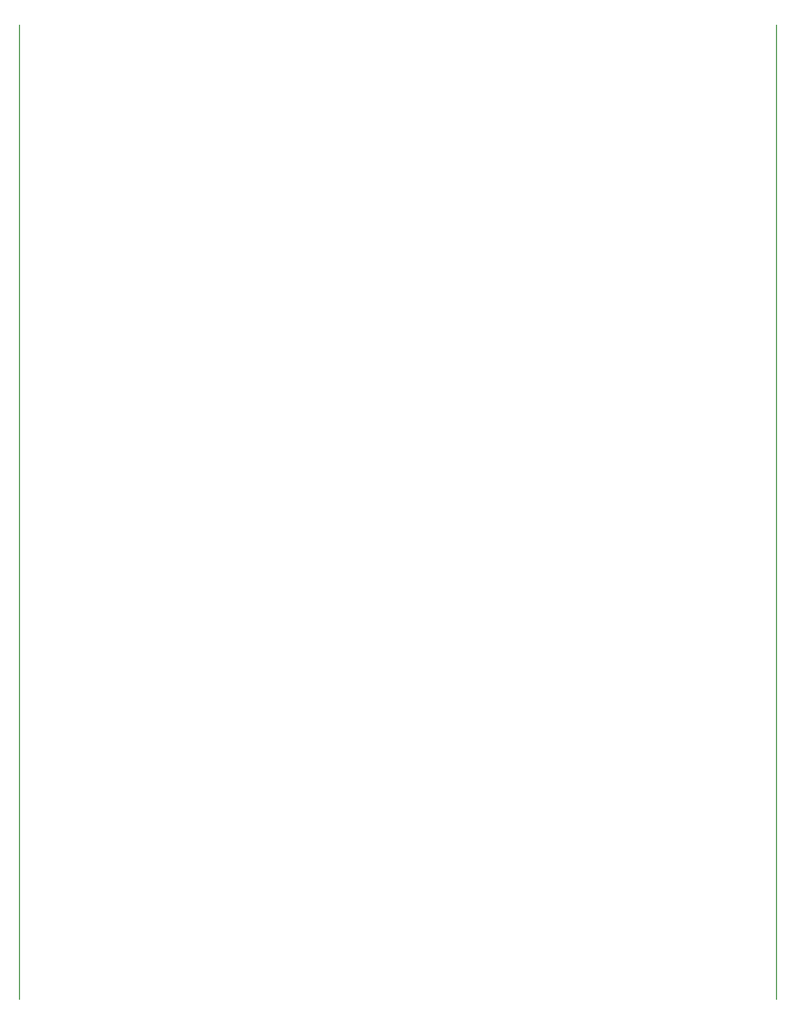
<source format=gbr>
G04 EAGLE Gerber RS-274X export*
G75*
%MOMM*%
%FSLAX34Y34*%
%LPD*%
%INVscore*%
%IPPOS*%
%AMOC8*
5,1,8,0,0,1.08239X$1,22.5*%
G01*
%ADD10C,0.152400*%


D10*
X608327Y-812450D02*
X608327Y752449D01*
X1825005Y752449D02*
X1825005Y-812450D01*
M02*

</source>
